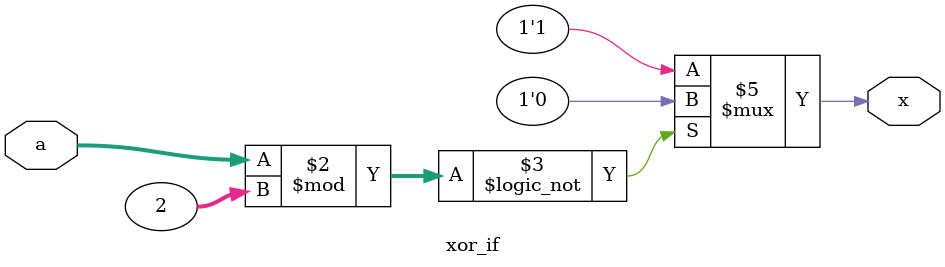
<source format=v>
`timescale 1ns/1ns

module xor_if(a,x);

input [3:0] a;
output x;
reg x;

always@(a)
begin
	if((a % 2) == 0)
		x = 0;
	else
		x = 1;
end
endmodule

</source>
